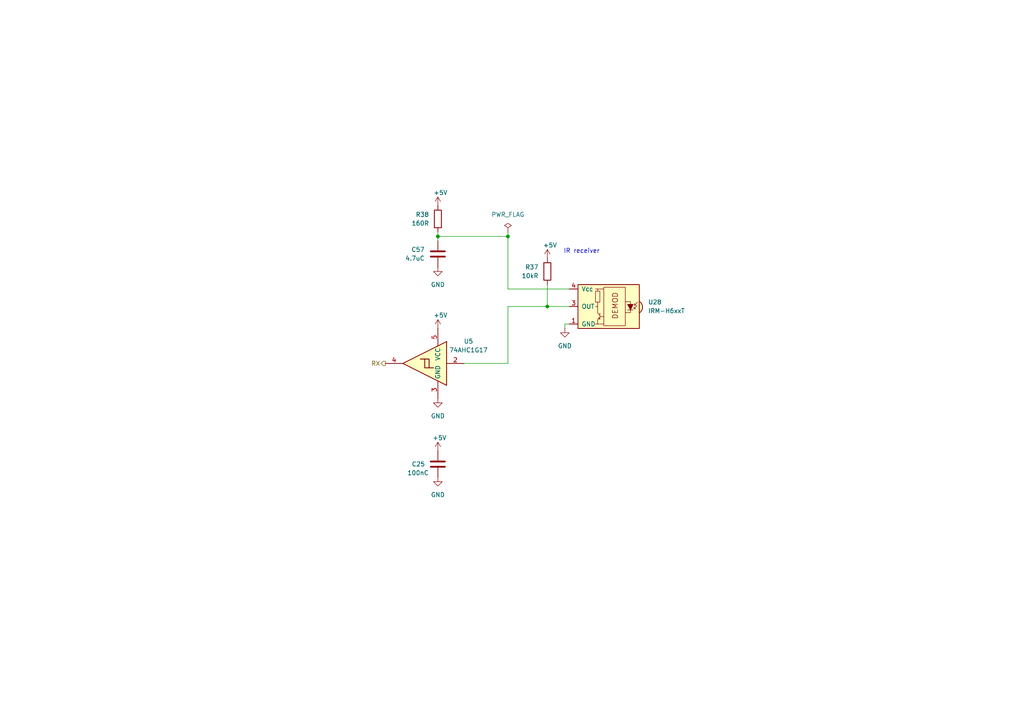
<source format=kicad_sch>
(kicad_sch (version 20250114) (generator "eeschema") (generator_version "9.0")
  (paper "A4")
  (lib_symbols
    (symbol "74xGxx:74LVC1G17"
      (property "Reference" "U" (at 0 3.81 0))
      (property "Value" "74LVC1G17" (at 0 -3.81 0))
      (symbol "74LVC1G17_0_1"
        (polyline (pts (xy -7.62 6.35) (xy -7.62 -6.35) (xy 5.08 0) (xy -7.62 6.35)) (stroke (width 0.254)) (fill (type background)))
        (polyline (pts (xy -3.81 -1.27) (xy -2.54 -1.27) (xy -2.54 1.27) (xy -1.27 1.27)) (stroke (width 0.254)) (fill (type background)))
        (polyline (pts (xy -2.54 -1.27) (xy -1.27 -1.27) (xy -1.27 1.27) (xy 0 1.27)) (stroke (width 0.254)) (fill (type background)))
      )
      (symbol "74LVC1G17_1_1"
        (pin input line (at -12.7 0 0) (length 5.08) (name "~") (number "2"))
        (pin no_connect line (at -7.62 5.08 180) (length 5.08) (hide yes) (name "NC") (number "1"))
        (pin power_in line (at -5.08 10.16 270) (length 5.08) (name "VCC") (number "5"))
        (pin power_in line (at -5.08 -10.16 90) (length 5.08) (name "GND") (number "3"))
        (pin output line (at 10.16 0 180) (length 5.08) (name "~") (number "4"))
      )
    )
    (symbol "Device:C" (pin_numbers (hide yes)) (pin_names (offset 0.254))
      (property "Reference" "C" (at 0.635 2.54 0))
      (property "Value" "C" (at 0.635 -2.54 0))
      (symbol "C_0_1"
        (polyline (pts (xy -2.032 0.762) (xy 2.032 0.762)) (stroke (width 0.508)))
        (polyline (pts (xy -2.032 -0.762) (xy 2.032 -0.762)) (stroke (width 0.508)))
      )
      (symbol "C_1_1"
        (pin passive line (at 0 3.81 270) (length 2.794) (name "~") (number "1"))
        (pin passive line (at 0 -3.81 90) (length 2.794) (name "~") (number "2"))
      )
    )
    (symbol "Device:R" (pin_numbers (hide yes)) (pin_names (offset 0))
      (property "Reference" "R" (at 2.032 0 90))
      (property "Value" "R" (at 0 0 90))
      (symbol "R_0_1"
        (rectangle (start -1.016 -2.54) (end 1.016 2.54) (stroke (width 0.254)))
      )
      (symbol "R_1_1"
        (pin passive line (at 0 3.81 270) (length 1.27) (name "~") (number "1"))
        (pin passive line (at 0 -3.81 90) (length 1.27) (name "~") (number "2"))
      )
    )
    (symbol "Interface_Optical:IRM-H6xxT" (pin_names (offset 1.016))
      (property "Reference" "U" (at -10.16 7.62 0))
      (property "Value" "IRM-H6xxT" (at -10.16 -7.62 0))
      (symbol "IRM-H6xxT_0_0"
        (arc (start -10.287 -1.778) (mid -11.0899 -0.1905) (end -10.287 1.397) (stroke (width 0.254)) (fill (type background)))
        (polyline (pts (xy 1.905 5.08) (xy 0.127 5.08)))
        (polyline (pts (xy 1.905 -5.08) (xy 0.127 -5.08)))
        (text "DEMOD" (at -3.175 0.254 900) (effects (font (size 1.524 1.524))))
      )
      (symbol "IRM-H6xxT_0_1"
        (polyline (pts (xy -8.763 0.381) (xy -9.652 1.27)))
        (polyline (pts (xy -8.763 0.381) (xy -9.271 0.381)))
        (polyline (pts (xy -8.763 0.381) (xy -8.763 0.889)))
        (polyline (pts (xy -8.636 -0.635) (xy -9.525 0.254)))
        (polyline (pts (xy -8.636 -0.635) (xy -9.144 -0.635)))
        (polyline (pts (xy -8.636 -0.635) (xy -8.636 -0.127)))
        (polyline (pts (xy -8.382 0.635) (xy -6.731 0.635) (xy -7.62 -1.016) (xy -8.382 0.635)) (fill (type outline)))
        (polyline (pts (xy -8.382 -1.016) (xy -6.731 -1.016)))
        (rectangle (start -6.096 5.588) (end 0.127 -5.588))
        (polyline (pts (xy -6.096 1.397) (xy -7.62 1.397) (xy -7.62 -1.778) (xy -6.096 -1.778)))
        (polyline (pts (xy 1.27 -1.905) (xy 1.27 -3.81)))
        (polyline (pts (xy 1.27 -2.54) (xy 1.905 -1.905) (xy 1.905 0) (xy 2.54 0)))
        (polyline (pts (xy 1.27 -2.921) (xy 0.127 -2.921)))
        (polyline (pts (xy 1.27 -3.175) (xy 1.905 -3.81) (xy 1.905 -5.08) (xy 2.54 -5.08)))
        (polyline (pts (xy 1.397 -3.556) (xy 1.524 -3.556)))
        (polyline (pts (xy 1.651 -3.556) (xy 1.524 -3.556)))
        (polyline (pts (xy 1.651 -3.556) (xy 1.651 -3.302)))
        (polyline (pts (xy 1.905 4.445) (xy 1.905 5.08) (xy 2.54 5.08)))
        (polyline (pts (xy 1.905 0) (xy 1.905 1.27)))
        (rectangle (start 2.54 1.27) (end 1.27 4.445))
        (rectangle (start 7.62 6.35) (end -10.16 -6.35) (stroke (width 0.254)) (fill (type background)))
      )
      (symbol "IRM-H6xxT_1_1"
        (pin power_in line (at 10.16 5.08 180) (length 2.54) (name "Vcc") (number "4"))
        (pin output line (at 10.16 0 180) (length 2.54) (name "OUT") (number "3"))
        (pin power_in line (at 10.16 -5.08 180) (length 2.54) (name "GND") (number "1"))
        (pin passive line (at 10.16 -5.08 180) (length 2.54) (hide yes) (name "GND") (number "2"))
      )
    )
    (symbol "power:+5V" (power) (pin_numbers (hide yes)) (pin_names (offset 0) (hide yes))
      (property "Value" "+5V" (at 0 3.556 0))
      (symbol "+5V_0_1"
        (polyline (pts (xy -0.762 1.27) (xy 0 2.54)))
        (polyline (pts (xy 0 2.54) (xy 0.762 1.27)))
        (polyline (pts (xy 0 0) (xy 0 2.54)))
      )
      (symbol "+5V_1_1"
        (pin power_in line (at 0 0 90) (length 0) (name "~") (number "1"))
      )
    )
    (symbol "power:GND" (power) (pin_numbers (hide yes)) (pin_names (offset 0) (hide yes))
      (property "Value" "GND" (at 0 -3.81 0))
      (symbol "GND_0_1"
        (polyline (pts (xy 0 0) (xy 0 -1.27) (xy 1.27 -1.27) (xy 0 -2.54) (xy -1.27 -1.27) (xy 0 -1.27)))
      )
      (symbol "GND_1_1"
        (pin power_in line (at 0 0 270) (length 0) (name "~") (number "1"))
      )
    )
    (symbol "power:PWR_FLAG" (power) (pin_numbers (hide yes)) (pin_names (offset 0) (hide yes))
      (property "Value" "PWR_FLAG" (at 0 3.81 0))
      (symbol "PWR_FLAG_0_0"
        (pin power_out line (at 0 0 90) (length 0) (name "~") (number "1"))
      )
      (symbol "PWR_FLAG_0_1"
        (polyline (pts (xy 0 0) (xy 0 1.27) (xy -1.016 1.905) (xy 0 2.54) (xy 1.016 1.905) (xy 0 1.27)))
      )
    )
  )
  (text "IR receiver" (at 173.99 73.66 0) (effects (font (size 1.27 1.27)) (justify right bottom)))
  (junction (at 147.32 68.58))
  (junction (at 158.75 88.9))
  (junction (at 127 68.58))
  (wire (pts (xy 158.75 88.9) (xy 158.75 82.55)))
  (wire (pts (xy 147.32 67.31) (xy 147.32 68.58)))
  (wire (pts (xy 127 67.31) (xy 127 68.58)))
  (wire (pts (xy 127 68.58) (xy 147.32 68.58)))
  (wire (pts (xy 147.32 68.58) (xy 147.32 83.82)))
  (wire (pts (xy 163.83 93.98) (xy 165.1 93.98)))
  (wire (pts (xy 134.62 105.41) (xy 147.32 105.41)))
  (wire (pts (xy 163.83 95.25) (xy 163.83 93.98)))
  (wire (pts (xy 158.75 88.9) (xy 147.32 88.9)))
  (wire (pts (xy 127 68.58) (xy 127 69.85)))
  (wire (pts (xy 165.1 88.9) (xy 158.75 88.9)))
  (wire (pts (xy 147.32 83.82) (xy 165.1 83.82)))
  (wire (pts (xy 147.32 105.41) (xy 147.32 88.9)))
  (hierarchical_label "RX" (shape output) (at 111.76 105.41 180))
  (symbol (lib_id "power:PWR_FLAG") (at 147.32 67.31 0) (unit 1)
    (property "Reference" "#FLG010" (effects (hide yes)))
    (property "Value" "PWR_FLAG" (at 147.32 62.23 0))
    (property "Description" "Special symbol for telling ERC where power comes from" (effects (hide yes)))
  )
  (symbol (lib_id "Device:R") (at 158.75 78.74 0) (mirror y) (unit 1)
    (property "Reference" "R37" (at 156.21 77.4699 0) (effects (justify left)))
    (property "Value" "10kR" (at 156.21 80.0099 0) (effects (justify left)))
    (property "Footprint" "Resistor_SMD:R_0805_2012Metric" (effects (hide yes)))
    (property "Datasheet" "https://www.lcsc.com/datasheet/lcsc_datasheet_1810171610_YAGEO-RC0805JR-0710KL_C100047.pdf" (effects (hide yes)))
    (property "MPN" "RC0805JR-0710KL" (effects (hide yes)))
    (property "Status" "OK" (effects (hide yes)))
  )
  (symbol (lib_id "power:+5V") (at 127 130.81 0) (mirror y) (unit 1)
    (property "Reference" "#PWR027" (effects (hide yes)))
    (property "Value" "+5V" (at 129.54 127 0) (effects (justify left)))
  )
  (symbol (lib_id "Device:C") (at 127 134.62 0) (unit 1)
    (property "Reference" "C25" (at 119.38 134.62 0) (effects (justify left)))
    (property "Value" "100nC" (at 118.11 137.16 0) (effects (justify left)))
    (property "Footprint" "Capacitor_SMD:C_0805_2012Metric" (effects (hide yes)))
    (property "Status" "OK" (effects (hide yes)))
  )
  (symbol (lib_id "power:GND") (at 163.83 95.25 0) (mirror y) (unit 1)
    (property "Reference" "#PWR079" (effects (hide yes)))
    (property "Value" "GND" (at 163.83 100.33 0))
  )
  (symbol (lib_id "power:GND") (at 127 77.47 0) (mirror y) (unit 1)
    (property "Reference" "#PWR082" (effects (hide yes)))
    (property "Value" "GND" (at 127 82.55 0))
  )
  (symbol (lib_id "power:GND") (at 127 138.43 0) (unit 1)
    (property "Reference" "#PWR028" (effects (hide yes)))
    (property "Value" "GND" (at 127 143.51 0))
    (property "Description" "Power symbol creates a global label with name \"GND\" , ground" (effects (hide yes)))
  )
  (symbol (lib_id "74xGxx:74LVC1G17") (at 121.92 105.41 0) (mirror y) (unit 1)
    (property "Reference" "U5" (at 135.89 98.9898 0))
    (property "Value" "74AHC1G17" (at 135.89 101.5298 0))
    (property "Footprint" "Package_TO_SOT_SMD:SC-74A-5_1.55x2.9mm_P0.95mm" (effects (hide yes)))
    (property "Datasheet" "https://assets.nexperia.com/documents/data-sheet/74AHC_AHCT1G17.pdf" (effects (hide yes)))
    (property "Description" "Single Schmitt Buffer Gate, Low-Voltage CMOS" (effects (hide yes)))
    (property "MPN" "74AHC1G17GVH" (effects (hide yes)))
  )
  (symbol (lib_id "power:+5V") (at 127 59.69 0) (unit 1)
    (property "Reference" "#PWR081" (effects (hide yes)))
    (property "Value" "+5V" (at 125.73 55.88 0) (effects (justify left)))
  )
  (symbol (lib_id "Interface_Optical:IRM-H6xxT") (at 175.26 88.9 0) (mirror y) (unit 1)
    (property "Reference" "U28" (at 187.96 87.6299 0) (effects (justify right)))
    (property "Value" "IRM-H6xxT" (at 187.96 90.1699 0) (effects (justify right)))
    (property "Footprint" "OptoDevice:Everlight_IRM-H6xxT" (effects (hide yes)))
    (property "Datasheet" "https://en.everlight.com/wp-content/plugins/ItemRelationship/product_files/pdf/DMO-0000004-IRM-H6XX-TR2_Series_Datasheet_V4.pdf" (effects (hide yes)))
    (property "Description" "IR Receiver Modules for remote controls" (effects (hide yes)))
    (property "MPN" "IRM-H638J7/TR2(CLW)" (effects (hide yes)))
  )
  (symbol (lib_id "power:GND") (at 127 115.57 0) (mirror y) (unit 1)
    (property "Reference" "#PWR026" (effects (hide yes)))
    (property "Value" "GND" (at 127 120.65 0))
  )
  (symbol (lib_id "Device:R") (at 127 63.5 0) (mirror x) (unit 1)
    (property "Reference" "R38" (at 124.46 62.2299 0) (effects (justify right)))
    (property "Value" "160R" (at 124.46 64.7699 0) (effects (justify right)))
    (property "Footprint" "Resistor_SMD:R_0805_2012Metric" (effects (hide yes)))
    (property "Datasheet" "https://datasheet.lcsc.com/lcsc/2012011712_YAGEO-AC0805FR-7W160RL_C727986.pdf" (effects (hide yes)))
    (property "MPN" "AC0805FR-7W160RL" (effects (hide yes)))
  )
  (symbol (lib_id "power:+5V") (at 127 95.25 0) (unit 1)
    (property "Reference" "#PWR025" (effects (hide yes)))
    (property "Value" "+5V" (at 125.73 91.44 0) (effects (justify left)))
  )
  (symbol (lib_id "power:+5V") (at 158.75 74.93 0) (unit 1)
    (property "Reference" "#PWR080" (effects (hide yes)))
    (property "Value" "+5V" (at 157.48 71.12 0) (effects (justify left)))
  )
  (symbol (lib_id "Device:C") (at 127 73.66 0) (mirror y) (unit 1)
    (property "Reference" "C57" (at 123.19 72.3899 0) (effects (justify left)))
    (property "Value" "4.7uC" (at 123.19 74.9299 0) (effects (justify left)))
    (property "Footprint" "Capacitor_SMD:C_0805_2012Metric" (effects (hide yes)))
    (property "Datasheet" "https://datasheet.lcsc.com/lcsc/1912111437_YAGEO-CC0805KKX7R8BB475_C354262.pdf" (effects (hide yes)))
    (property "MPN" "CC0805KKX7R8BB475" (effects (hide yes)))
  )
)
</source>
